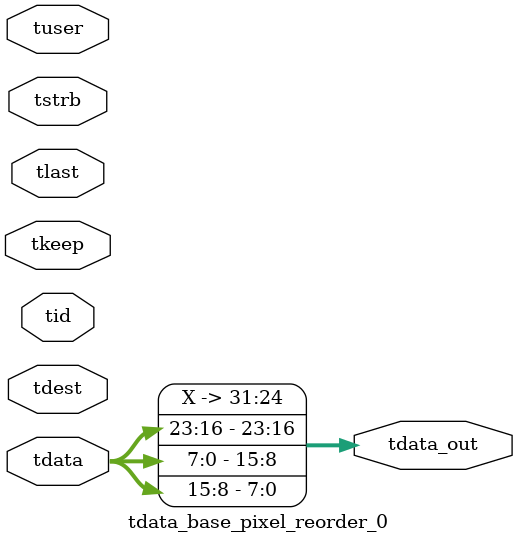
<source format=v>


`timescale 1ps/1ps

module tdata_base_pixel_reorder_0 #
(
parameter C_S_AXIS_TDATA_WIDTH = 32,
parameter C_S_AXIS_TUSER_WIDTH = 0,
parameter C_S_AXIS_TID_WIDTH   = 0,
parameter C_S_AXIS_TDEST_WIDTH = 0,
parameter C_M_AXIS_TDATA_WIDTH = 32
)
(
input  [(C_S_AXIS_TDATA_WIDTH == 0 ? 1 : C_S_AXIS_TDATA_WIDTH)-1:0     ] tdata,
input  [(C_S_AXIS_TUSER_WIDTH == 0 ? 1 : C_S_AXIS_TUSER_WIDTH)-1:0     ] tuser,
input  [(C_S_AXIS_TID_WIDTH   == 0 ? 1 : C_S_AXIS_TID_WIDTH)-1:0       ] tid,
input  [(C_S_AXIS_TDEST_WIDTH == 0 ? 1 : C_S_AXIS_TDEST_WIDTH)-1:0     ] tdest,
input  [(C_S_AXIS_TDATA_WIDTH/8)-1:0 ] tkeep,
input  [(C_S_AXIS_TDATA_WIDTH/8)-1:0 ] tstrb,
input                                                                    tlast,
output [C_M_AXIS_TDATA_WIDTH-1:0] tdata_out
);

assign tdata_out = {tdata[47:40],tdata[31:24],tdata[39:32],tdata[23:16],tdata[7:0],tdata[15:8]};

endmodule


</source>
